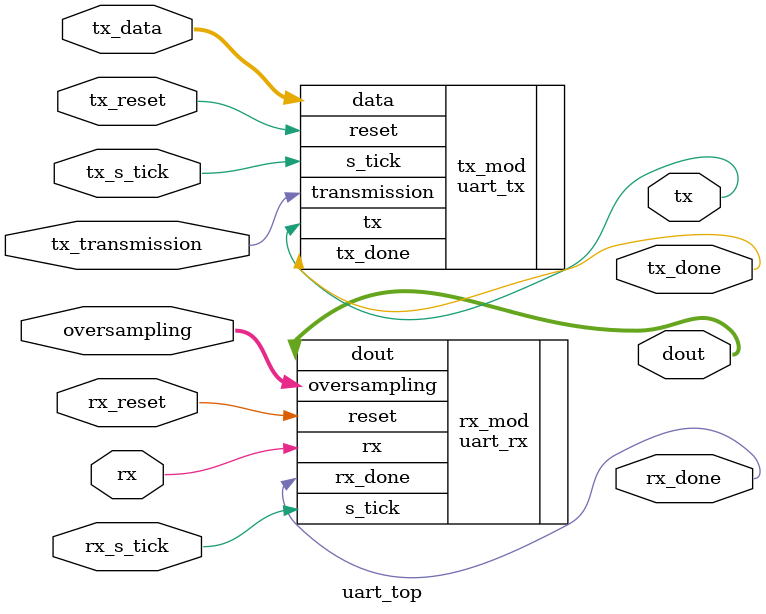
<source format=v>
module uart_top(
    input [7:0] tx_data, input tx_s_tick, input tx_reset, input tx_transmission, output tx, output tx_done,
    input rx, input rx_reset, input rx_s_tick, input [4:0] oversampling, output [7:0] dout, output rx_done
);
    uart_tx tx_mod(.data(tx_data), .s_tick(tx_s_tick), .reset(tx_reset), .transmission(tx_transmission), .tx(tx), .tx_done(tx_done));
    uart_rx rx_mod(.rx(rx), .s_tick(rx_s_tick), .reset(rx_reset), .oversampling(oversampling), .dout(dout), .rx_done(rx_done));

endmodule
</source>
